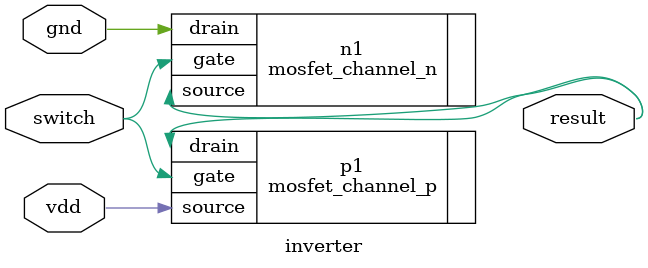
<source format=v>

/**
 * Iesus Hominum Salvator <3
 */

module inverter(input switch, output result, input vdd, inout gnd);

    mosfet_channel_p p1(.gate(switch), .source(vdd), .drain(result));
    mosfet_channel_n n1(.gate(switch), .drain(gnd), .source(result));

endmodule



</source>
